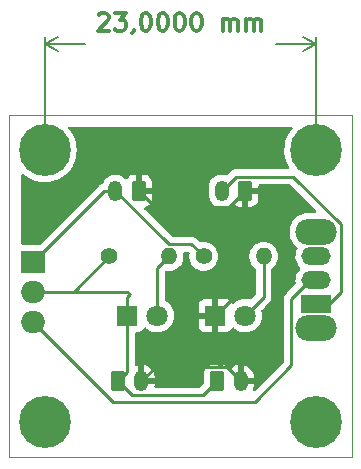
<source format=gbl>
%TF.GenerationSoftware,KiCad,Pcbnew,(6.0.0)*%
%TF.CreationDate,2022-01-22T14:04:59+01:00*%
%TF.ProjectId,Carte_elec_video_tigresse2,43617274-655f-4656-9c65-635f76696465,rev?*%
%TF.SameCoordinates,Original*%
%TF.FileFunction,Copper,L2,Bot*%
%TF.FilePolarity,Positive*%
%FSLAX46Y46*%
G04 Gerber Fmt 4.6, Leading zero omitted, Abs format (unit mm)*
G04 Created by KiCad (PCBNEW (6.0.0)) date 2022-01-22 14:04:59*
%MOMM*%
%LPD*%
G01*
G04 APERTURE LIST*
G04 Aperture macros list*
%AMRoundRect*
0 Rectangle with rounded corners*
0 $1 Rounding radius*
0 $2 $3 $4 $5 $6 $7 $8 $9 X,Y pos of 4 corners*
0 Add a 4 corners polygon primitive as box body*
4,1,4,$2,$3,$4,$5,$6,$7,$8,$9,$2,$3,0*
0 Add four circle primitives for the rounded corners*
1,1,$1+$1,$2,$3*
1,1,$1+$1,$4,$5*
1,1,$1+$1,$6,$7*
1,1,$1+$1,$8,$9*
0 Add four rect primitives between the rounded corners*
20,1,$1+$1,$2,$3,$4,$5,0*
20,1,$1+$1,$4,$5,$6,$7,0*
20,1,$1+$1,$6,$7,$8,$9,0*
20,1,$1+$1,$8,$9,$2,$3,0*%
G04 Aperture macros list end*
%TA.AperFunction,Profile*%
%ADD10C,0.100000*%
%TD*%
%ADD11C,0.300000*%
%TA.AperFunction,NonConductor*%
%ADD12C,0.300000*%
%TD*%
%TA.AperFunction,NonConductor*%
%ADD13C,0.200000*%
%TD*%
%TA.AperFunction,ComponentPad*%
%ADD14R,2.000000X1.905000*%
%TD*%
%TA.AperFunction,ComponentPad*%
%ADD15O,2.000000X1.905000*%
%TD*%
%TA.AperFunction,ComponentPad*%
%ADD16RoundRect,0.250000X-0.350000X-0.625000X0.350000X-0.625000X0.350000X0.625000X-0.350000X0.625000X0*%
%TD*%
%TA.AperFunction,ComponentPad*%
%ADD17O,1.200000X1.750000*%
%TD*%
%TA.AperFunction,ComponentPad*%
%ADD18C,1.400000*%
%TD*%
%TA.AperFunction,ComponentPad*%
%ADD19O,1.400000X1.400000*%
%TD*%
%TA.AperFunction,ComponentPad*%
%ADD20R,1.800000X1.800000*%
%TD*%
%TA.AperFunction,ComponentPad*%
%ADD21C,1.800000*%
%TD*%
%TA.AperFunction,ComponentPad*%
%ADD22C,4.400000*%
%TD*%
%TA.AperFunction,ComponentPad*%
%ADD23O,3.500000X2.200000*%
%TD*%
%TA.AperFunction,ComponentPad*%
%ADD24R,2.500000X1.500000*%
%TD*%
%TA.AperFunction,ComponentPad*%
%ADD25O,2.500000X1.500000*%
%TD*%
%TA.AperFunction,ComponentPad*%
%ADD26RoundRect,0.250000X0.350000X0.625000X-0.350000X0.625000X-0.350000X-0.625000X0.350000X-0.625000X0*%
%TD*%
%TA.AperFunction,Conductor*%
%ADD27C,0.250000*%
%TD*%
G04 APERTURE END LIST*
D10*
X170000000Y-132000000D02*
X199000000Y-132000000D01*
X170000000Y-103000000D02*
X170000000Y-132000000D01*
X199000000Y-103000000D02*
X170000000Y-103000000D01*
X199000000Y-132000000D02*
X199000000Y-103000000D01*
D11*
D12*
X177571428Y-94521428D02*
X177642857Y-94450000D01*
X177785714Y-94378571D01*
X178142857Y-94378571D01*
X178285714Y-94450000D01*
X178357142Y-94521428D01*
X178428571Y-94664285D01*
X178428571Y-94807142D01*
X178357142Y-95021428D01*
X177500000Y-95878571D01*
X178428571Y-95878571D01*
X178928571Y-94378571D02*
X179857142Y-94378571D01*
X179357142Y-94950000D01*
X179571428Y-94950000D01*
X179714285Y-95021428D01*
X179785714Y-95092857D01*
X179857142Y-95235714D01*
X179857142Y-95592857D01*
X179785714Y-95735714D01*
X179714285Y-95807142D01*
X179571428Y-95878571D01*
X179142857Y-95878571D01*
X179000000Y-95807142D01*
X178928571Y-95735714D01*
X180571428Y-95807142D02*
X180571428Y-95878571D01*
X180500000Y-96021428D01*
X180428571Y-96092857D01*
X181500000Y-94378571D02*
X181642857Y-94378571D01*
X181785714Y-94450000D01*
X181857142Y-94521428D01*
X181928571Y-94664285D01*
X182000000Y-94950000D01*
X182000000Y-95307142D01*
X181928571Y-95592857D01*
X181857142Y-95735714D01*
X181785714Y-95807142D01*
X181642857Y-95878571D01*
X181500000Y-95878571D01*
X181357142Y-95807142D01*
X181285714Y-95735714D01*
X181214285Y-95592857D01*
X181142857Y-95307142D01*
X181142857Y-94950000D01*
X181214285Y-94664285D01*
X181285714Y-94521428D01*
X181357142Y-94450000D01*
X181500000Y-94378571D01*
X182928571Y-94378571D02*
X183071428Y-94378571D01*
X183214285Y-94450000D01*
X183285714Y-94521428D01*
X183357142Y-94664285D01*
X183428571Y-94950000D01*
X183428571Y-95307142D01*
X183357142Y-95592857D01*
X183285714Y-95735714D01*
X183214285Y-95807142D01*
X183071428Y-95878571D01*
X182928571Y-95878571D01*
X182785714Y-95807142D01*
X182714285Y-95735714D01*
X182642857Y-95592857D01*
X182571428Y-95307142D01*
X182571428Y-94950000D01*
X182642857Y-94664285D01*
X182714285Y-94521428D01*
X182785714Y-94450000D01*
X182928571Y-94378571D01*
X184357142Y-94378571D02*
X184500000Y-94378571D01*
X184642857Y-94450000D01*
X184714285Y-94521428D01*
X184785714Y-94664285D01*
X184857142Y-94950000D01*
X184857142Y-95307142D01*
X184785714Y-95592857D01*
X184714285Y-95735714D01*
X184642857Y-95807142D01*
X184500000Y-95878571D01*
X184357142Y-95878571D01*
X184214285Y-95807142D01*
X184142857Y-95735714D01*
X184071428Y-95592857D01*
X184000000Y-95307142D01*
X184000000Y-94950000D01*
X184071428Y-94664285D01*
X184142857Y-94521428D01*
X184214285Y-94450000D01*
X184357142Y-94378571D01*
X185785714Y-94378571D02*
X185928571Y-94378571D01*
X186071428Y-94450000D01*
X186142857Y-94521428D01*
X186214285Y-94664285D01*
X186285714Y-94950000D01*
X186285714Y-95307142D01*
X186214285Y-95592857D01*
X186142857Y-95735714D01*
X186071428Y-95807142D01*
X185928571Y-95878571D01*
X185785714Y-95878571D01*
X185642857Y-95807142D01*
X185571428Y-95735714D01*
X185500000Y-95592857D01*
X185428571Y-95307142D01*
X185428571Y-94950000D01*
X185500000Y-94664285D01*
X185571428Y-94521428D01*
X185642857Y-94450000D01*
X185785714Y-94378571D01*
X188071428Y-95878571D02*
X188071428Y-94878571D01*
X188071428Y-95021428D02*
X188142857Y-94950000D01*
X188285714Y-94878571D01*
X188500000Y-94878571D01*
X188642857Y-94950000D01*
X188714285Y-95092857D01*
X188714285Y-95878571D01*
X188714285Y-95092857D02*
X188785714Y-94950000D01*
X188928571Y-94878571D01*
X189142857Y-94878571D01*
X189285714Y-94950000D01*
X189357142Y-95092857D01*
X189357142Y-95878571D01*
X190071428Y-95878571D02*
X190071428Y-94878571D01*
X190071428Y-95021428D02*
X190142857Y-94950000D01*
X190285714Y-94878571D01*
X190500000Y-94878571D01*
X190642857Y-94950000D01*
X190714285Y-95092857D01*
X190714285Y-95878571D01*
X190714285Y-95092857D02*
X190785714Y-94950000D01*
X190928571Y-94878571D01*
X191142857Y-94878571D01*
X191285714Y-94950000D01*
X191357142Y-95092857D01*
X191357142Y-95878571D01*
D13*
X196000000Y-105500000D02*
X196000000Y-96413580D01*
X173000000Y-105500000D02*
X173000000Y-96413580D01*
X196000000Y-97000000D02*
X192614286Y-97000000D01*
X176385715Y-97000000D02*
X173000000Y-97000000D01*
X196000000Y-97000000D02*
X194873496Y-96413579D01*
X196000000Y-97000000D02*
X194873496Y-97586421D01*
X173000000Y-97000000D02*
X174126504Y-97586421D01*
X173000000Y-97000000D02*
X174126504Y-96413579D01*
D14*
%TO.P,Q1,1,G*%
%TO.N,Net-(J1-Pad2)*%
X172055000Y-115460000D03*
D15*
%TO.P,Q1,2,S*%
%TO.N,Net-(D2-Pad1)*%
X172055000Y-118000000D03*
%TO.P,Q1,3,D*%
%TO.N,Net-(Q1-Pad3)*%
X172055000Y-120540000D03*
%TD*%
D16*
%TO.P,J2,1,Pin_1*%
%TO.N,Net-(D2-Pad1)*%
X179200000Y-125550000D03*
D17*
%TO.P,J2,2,Pin_2*%
%TO.N,GND*%
X181200000Y-125550000D03*
%TD*%
D18*
%TO.P,R2,1*%
%TO.N,Net-(D2-Pad1)*%
X178460000Y-115000000D03*
D19*
%TO.P,R2,2*%
%TO.N,Net-(D2-Pad2)*%
X183540000Y-115000000D03*
%TD*%
D20*
%TO.P,D1,1,K*%
%TO.N,GND*%
X187460000Y-120000000D03*
D21*
%TO.P,D1,2,A*%
%TO.N,Net-(D1-Pad2)*%
X190000000Y-120000000D03*
%TD*%
D20*
%TO.P,D2,1,K*%
%TO.N,Net-(D2-Pad1)*%
X180000000Y-120000000D03*
D21*
%TO.P,D2,2,A*%
%TO.N,Net-(D2-Pad2)*%
X182540000Y-120000000D03*
%TD*%
D22*
%TO.P,H1,1*%
%TO.N,N/C*%
X173000000Y-106000000D03*
%TD*%
D23*
%TO.P,SW1,*%
%TO.N,*%
X196000000Y-121100000D03*
X196000000Y-112900000D03*
D24*
%TO.P,SW1,1,A*%
%TO.N,Net-(J4-Pad2)*%
X196000000Y-119000000D03*
D25*
%TO.P,SW1,2,B*%
%TO.N,Net-(Q1-Pad3)*%
X196000000Y-117000000D03*
%TO.P,SW1,3*%
%TO.N,N/C*%
X196000000Y-115000000D03*
%TD*%
D16*
%TO.P,J3,1,Pin_1*%
%TO.N,Net-(D2-Pad1)*%
X187600000Y-125550000D03*
D17*
%TO.P,J3,2,Pin_2*%
%TO.N,GND*%
X189600000Y-125550000D03*
%TD*%
D26*
%TO.P,J4,1,Pin_1*%
%TO.N,GND*%
X190000000Y-109450000D03*
D17*
%TO.P,J4,2,Pin_2*%
%TO.N,Net-(J4-Pad2)*%
X188000000Y-109450000D03*
%TD*%
D18*
%TO.P,R1,1*%
%TO.N,Net-(J1-Pad2)*%
X186460000Y-115000000D03*
D19*
%TO.P,R1,2*%
%TO.N,Net-(D1-Pad2)*%
X191540000Y-115000000D03*
%TD*%
D26*
%TO.P,J1,1,Pin_1*%
%TO.N,GND*%
X181000000Y-109450000D03*
D17*
%TO.P,J1,2,Pin_2*%
%TO.N,Net-(J1-Pad2)*%
X179000000Y-109450000D03*
%TD*%
D22*
%TO.P,H2,1*%
%TO.N,N/C*%
X173000000Y-129000000D03*
%TD*%
%TO.P,H3,1*%
%TO.N,N/C*%
X196000000Y-129000000D03*
%TD*%
%TO.P,H4,1*%
%TO.N,N/C*%
X196000000Y-106000000D03*
%TD*%
D27*
%TO.N,GND*%
X181200000Y-125550000D02*
X182399520Y-124350480D01*
X182399520Y-124350480D02*
X188050480Y-124350480D01*
X190000000Y-109450000D02*
X188775489Y-110674511D01*
X187460000Y-123760000D02*
X188050480Y-124350480D01*
X187460000Y-120000000D02*
X187460000Y-123760000D01*
X188400480Y-124350480D02*
X189600000Y-125550000D01*
X188775489Y-118684511D02*
X187460000Y-120000000D01*
X182374511Y-110824511D02*
X188775489Y-110824511D01*
X188775489Y-110674511D02*
X188775489Y-110824511D01*
X188050480Y-124350480D02*
X188400480Y-124350480D01*
X181000000Y-109450000D02*
X182374511Y-110824511D01*
X188775489Y-110824511D02*
X188775489Y-118684511D01*
%TO.N,Net-(J1-Pad2)*%
X179000000Y-109450000D02*
X178065000Y-109450000D01*
X185435489Y-113975489D02*
X186460000Y-115000000D01*
X178065000Y-109450000D02*
X172055000Y-115460000D01*
X179000000Y-109450000D02*
X183525489Y-113975489D01*
X183525489Y-113975489D02*
X185435489Y-113975489D01*
%TO.N,Net-(J4-Pad2)*%
X189199520Y-108250480D02*
X194050480Y-108250480D01*
X198074520Y-112274520D02*
X198074520Y-118025480D01*
X194050480Y-108250480D02*
X198074520Y-112274520D01*
X197100000Y-119000000D02*
X196000000Y-119000000D01*
X198074520Y-118025480D02*
X197100000Y-119000000D01*
X188000000Y-109450000D02*
X189199520Y-108250480D01*
%TO.N,Net-(D1-Pad2)*%
X190000000Y-120000000D02*
X191540000Y-118460000D01*
X191540000Y-118460000D02*
X191540000Y-115000000D01*
%TO.N,Net-(D2-Pad1)*%
X180200000Y-118200000D02*
X180000000Y-118400000D01*
X172055000Y-118000000D02*
X175460000Y-118000000D01*
X180399520Y-126749520D02*
X179200000Y-125550000D01*
X187600000Y-125550000D02*
X186400480Y-126749520D01*
X180000000Y-124750000D02*
X179200000Y-125550000D01*
X186400480Y-126749520D02*
X180399520Y-126749520D01*
X175460000Y-118000000D02*
X180000000Y-118000000D01*
X180000000Y-120000000D02*
X180000000Y-124750000D01*
X180000000Y-118000000D02*
X180200000Y-118200000D01*
X180000000Y-118400000D02*
X180000000Y-120000000D01*
X175460000Y-118000000D02*
X178460000Y-115000000D01*
%TO.N,Net-(D2-Pad2)*%
X182540000Y-116000000D02*
X183540000Y-115000000D01*
X182540000Y-120000000D02*
X182540000Y-116000000D01*
%TO.N,Net-(Q1-Pad3)*%
X178815000Y-127300000D02*
X190800000Y-127300000D01*
X193900000Y-118600000D02*
X195500000Y-117000000D01*
X195500000Y-117000000D02*
X196000000Y-117000000D01*
X193900000Y-124200000D02*
X193900000Y-118600000D01*
X172055000Y-120540000D02*
X178815000Y-127300000D01*
X190800000Y-127300000D02*
X193900000Y-124200000D01*
%TD*%
%TA.AperFunction,Conductor*%
%TO.N,GND*%
G36*
X193937016Y-104020002D02*
G01*
X193983509Y-104073658D01*
X193993613Y-104143932D01*
X193967435Y-104204523D01*
X193782356Y-104436783D01*
X193779991Y-104439751D01*
X193608626Y-104717757D01*
X193471902Y-105014336D01*
X193470741Y-105017940D01*
X193470741Y-105017941D01*
X193462196Y-105044477D01*
X193371797Y-105325192D01*
X193371079Y-105328903D01*
X193371078Y-105328907D01*
X193310482Y-105642105D01*
X193310481Y-105642114D01*
X193309763Y-105645824D01*
X193286698Y-105971585D01*
X193302936Y-106297759D01*
X193303577Y-106301490D01*
X193303578Y-106301498D01*
X193318109Y-106386060D01*
X193358241Y-106619619D01*
X193451814Y-106932504D01*
X193582297Y-107231881D01*
X193584220Y-107235152D01*
X193584222Y-107235156D01*
X193697075Y-107427125D01*
X193714354Y-107495987D01*
X193691661Y-107563259D01*
X193636201Y-107607583D01*
X193588454Y-107616980D01*
X189278283Y-107616980D01*
X189267099Y-107616453D01*
X189259611Y-107614779D01*
X189251688Y-107615028D01*
X189191553Y-107616918D01*
X189187595Y-107616980D01*
X189159664Y-107616980D01*
X189155749Y-107617475D01*
X189155745Y-107617475D01*
X189155687Y-107617483D01*
X189155658Y-107617486D01*
X189143816Y-107618419D01*
X189099630Y-107619807D01*
X189082264Y-107624852D01*
X189080178Y-107625458D01*
X189060826Y-107629466D01*
X189048588Y-107631012D01*
X189048586Y-107631013D01*
X189040723Y-107632006D01*
X188999606Y-107648286D01*
X188988405Y-107652121D01*
X188945926Y-107664462D01*
X188939107Y-107668495D01*
X188939102Y-107668497D01*
X188928491Y-107674773D01*
X188910741Y-107683470D01*
X188891903Y-107690928D01*
X188885487Y-107695589D01*
X188885486Y-107695590D01*
X188856145Y-107716908D01*
X188846221Y-107723427D01*
X188814980Y-107741902D01*
X188814975Y-107741906D01*
X188808157Y-107745938D01*
X188793833Y-107760262D01*
X188778801Y-107773101D01*
X188762413Y-107785008D01*
X188734232Y-107819073D01*
X188726242Y-107827853D01*
X188465955Y-108088140D01*
X188403643Y-108122166D01*
X188335528Y-108118072D01*
X188263729Y-108093139D01*
X188208396Y-108085116D01*
X188060336Y-108063648D01*
X188060333Y-108063648D01*
X188054396Y-108062787D01*
X187843101Y-108072567D01*
X187711923Y-108104181D01*
X187643299Y-108120719D01*
X187643297Y-108120720D01*
X187637466Y-108122125D01*
X187632008Y-108124607D01*
X187632004Y-108124608D01*
X187516959Y-108176916D01*
X187444913Y-108209674D01*
X187272389Y-108332054D01*
X187126119Y-108484850D01*
X187011380Y-108662548D01*
X187009137Y-108668114D01*
X186935841Y-108849986D01*
X186932314Y-108858737D01*
X186891772Y-109066337D01*
X186891500Y-109071899D01*
X186891500Y-109777846D01*
X186906548Y-109935566D01*
X186966092Y-110138534D01*
X186968836Y-110143861D01*
X186968836Y-110143862D01*
X187016440Y-110236290D01*
X187062942Y-110326580D01*
X187193604Y-110492920D01*
X187198135Y-110496852D01*
X187198138Y-110496855D01*
X187284058Y-110571412D01*
X187353363Y-110631552D01*
X187358549Y-110634552D01*
X187358553Y-110634555D01*
X187454957Y-110690326D01*
X187536454Y-110737473D01*
X187736271Y-110806861D01*
X187742206Y-110807722D01*
X187742208Y-110807722D01*
X187939664Y-110836352D01*
X187939667Y-110836352D01*
X187945604Y-110837213D01*
X188156899Y-110827433D01*
X188335356Y-110784425D01*
X188356701Y-110779281D01*
X188356703Y-110779280D01*
X188362534Y-110777875D01*
X188367992Y-110775393D01*
X188367996Y-110775392D01*
X188483041Y-110723084D01*
X188555087Y-110690326D01*
X188727611Y-110567946D01*
X188731749Y-110563623D01*
X188731754Y-110563619D01*
X188819164Y-110472309D01*
X188880720Y-110436933D01*
X188951629Y-110440452D01*
X189009379Y-110481749D01*
X189017326Y-110493137D01*
X189048063Y-110542807D01*
X189057099Y-110554208D01*
X189171829Y-110668739D01*
X189183240Y-110677751D01*
X189321243Y-110762816D01*
X189334424Y-110768963D01*
X189488710Y-110820138D01*
X189502086Y-110823005D01*
X189596438Y-110832672D01*
X189602854Y-110833000D01*
X189727885Y-110833000D01*
X189743124Y-110828525D01*
X189744329Y-110827135D01*
X189746000Y-110819452D01*
X189746000Y-110814884D01*
X190254000Y-110814884D01*
X190258475Y-110830123D01*
X190259865Y-110831328D01*
X190267548Y-110832999D01*
X190397095Y-110832999D01*
X190403614Y-110832662D01*
X190499206Y-110822743D01*
X190512600Y-110819851D01*
X190666784Y-110768412D01*
X190679962Y-110762239D01*
X190817807Y-110676937D01*
X190829208Y-110667901D01*
X190943739Y-110553171D01*
X190952751Y-110541760D01*
X191037816Y-110403757D01*
X191043963Y-110390576D01*
X191095138Y-110236290D01*
X191098005Y-110222914D01*
X191107672Y-110128562D01*
X191108000Y-110122146D01*
X191108000Y-109722115D01*
X191103525Y-109706876D01*
X191102135Y-109705671D01*
X191094452Y-109704000D01*
X190272115Y-109704000D01*
X190256876Y-109708475D01*
X190255671Y-109709865D01*
X190254000Y-109717548D01*
X190254000Y-110814884D01*
X189746000Y-110814884D01*
X189746000Y-109322000D01*
X189766002Y-109253879D01*
X189819658Y-109207386D01*
X189872000Y-109196000D01*
X191089884Y-109196000D01*
X191105123Y-109191525D01*
X191106328Y-109190135D01*
X191107999Y-109182452D01*
X191107999Y-109009980D01*
X191128001Y-108941859D01*
X191181657Y-108895366D01*
X191233999Y-108883980D01*
X193735886Y-108883980D01*
X193804007Y-108903982D01*
X193824981Y-108920885D01*
X195980500Y-111076405D01*
X196014526Y-111138717D01*
X196009461Y-111209533D01*
X195966914Y-111266368D01*
X195900394Y-111291179D01*
X195891405Y-111291500D01*
X195286801Y-111291500D01*
X195284352Y-111291693D01*
X195284345Y-111291693D01*
X195197416Y-111298535D01*
X195097597Y-111306391D01*
X195092790Y-111307545D01*
X195092784Y-111307546D01*
X194936032Y-111345179D01*
X194851409Y-111365495D01*
X194846838Y-111367388D01*
X194846836Y-111367389D01*
X194622072Y-111460489D01*
X194622068Y-111460491D01*
X194617498Y-111462384D01*
X194401624Y-111594672D01*
X194209102Y-111759102D01*
X194044672Y-111951624D01*
X193912384Y-112167498D01*
X193910491Y-112172068D01*
X193910489Y-112172072D01*
X193839083Y-112344462D01*
X193815495Y-112401409D01*
X193756391Y-112647597D01*
X193736526Y-112900000D01*
X193756391Y-113152403D01*
X193815495Y-113398591D01*
X193817388Y-113403162D01*
X193817389Y-113403164D01*
X193889391Y-113576991D01*
X193912384Y-113632502D01*
X194044672Y-113848376D01*
X194209102Y-114040898D01*
X194212858Y-114044106D01*
X194389980Y-114195383D01*
X194428789Y-114254834D01*
X194429295Y-114325828D01*
X194412733Y-114361466D01*
X194392710Y-114391262D01*
X194302412Y-114596967D01*
X194301103Y-114602418D01*
X194301102Y-114602422D01*
X194257502Y-114784029D01*
X194249968Y-114815411D01*
X194245121Y-114899475D01*
X194239010Y-115005475D01*
X194237037Y-115039690D01*
X194264025Y-115262715D01*
X194330082Y-115477435D01*
X194332652Y-115482415D01*
X194332654Y-115482419D01*
X194430546Y-115672081D01*
X194433118Y-115677064D01*
X194436531Y-115681511D01*
X194436531Y-115681512D01*
X194446940Y-115695078D01*
X194569877Y-115855292D01*
X194574022Y-115859063D01*
X194574025Y-115859067D01*
X194626131Y-115906480D01*
X194663054Y-115967121D01*
X194661331Y-116038096D01*
X194631817Y-116087358D01*
X194583097Y-116137633D01*
X194529641Y-116192795D01*
X194518008Y-116204799D01*
X194392710Y-116391262D01*
X194302412Y-116596967D01*
X194301103Y-116602418D01*
X194301102Y-116602422D01*
X194261211Y-116768581D01*
X194249968Y-116815411D01*
X194245121Y-116899475D01*
X194239315Y-117000186D01*
X194237037Y-117039690D01*
X194263710Y-117260112D01*
X194264025Y-117262715D01*
X194263507Y-117262778D01*
X194258382Y-117329960D01*
X194229631Y-117374464D01*
X193507747Y-118096348D01*
X193499461Y-118103888D01*
X193492982Y-118108000D01*
X193487557Y-118113777D01*
X193446357Y-118157651D01*
X193443602Y-118160493D01*
X193423865Y-118180230D01*
X193421385Y-118183427D01*
X193413682Y-118192447D01*
X193383414Y-118224679D01*
X193379595Y-118231625D01*
X193379593Y-118231628D01*
X193373652Y-118242434D01*
X193362801Y-118258953D01*
X193350386Y-118274959D01*
X193347241Y-118282228D01*
X193347238Y-118282232D01*
X193332826Y-118315537D01*
X193327609Y-118326187D01*
X193306305Y-118364940D01*
X193304334Y-118372615D01*
X193304334Y-118372616D01*
X193301267Y-118384562D01*
X193294863Y-118403266D01*
X193286819Y-118421855D01*
X193285580Y-118429678D01*
X193285577Y-118429688D01*
X193279901Y-118465524D01*
X193277495Y-118477144D01*
X193269096Y-118509858D01*
X193266500Y-118519970D01*
X193266500Y-118540224D01*
X193264949Y-118559934D01*
X193261780Y-118579943D01*
X193262526Y-118587835D01*
X193265941Y-118623961D01*
X193266500Y-118635819D01*
X193266500Y-123885406D01*
X193246498Y-123953527D01*
X193229595Y-123974501D01*
X190836971Y-126367124D01*
X190774659Y-126401150D01*
X190703843Y-126396085D01*
X190647008Y-126353538D01*
X190622197Y-126287018D01*
X190631010Y-126230930D01*
X190664962Y-126146685D01*
X190668355Y-126135230D01*
X190706857Y-125938072D01*
X190707934Y-125929209D01*
X190708000Y-125926500D01*
X190708000Y-125822115D01*
X190703525Y-125806876D01*
X190702135Y-125805671D01*
X190694452Y-125804000D01*
X189472000Y-125804000D01*
X189403879Y-125783998D01*
X189357386Y-125730342D01*
X189346000Y-125678000D01*
X189346000Y-125277885D01*
X189854000Y-125277885D01*
X189858475Y-125293124D01*
X189859865Y-125294329D01*
X189867548Y-125296000D01*
X190689885Y-125296000D01*
X190705124Y-125291525D01*
X190706329Y-125290135D01*
X190708000Y-125282452D01*
X190708000Y-125225168D01*
X190707715Y-125219192D01*
X190693529Y-125070506D01*
X190691270Y-125058772D01*
X190635128Y-124867401D01*
X190630698Y-124856325D01*
X190539381Y-124679022D01*
X190532931Y-124668976D01*
X190409738Y-124512143D01*
X190401501Y-124503494D01*
X190250877Y-124372788D01*
X190241153Y-124365853D01*
X190068533Y-124265990D01*
X190057669Y-124261016D01*
X189869273Y-124195593D01*
X189868284Y-124195352D01*
X189857992Y-124196820D01*
X189854000Y-124210385D01*
X189854000Y-125277885D01*
X189346000Y-125277885D01*
X189346000Y-124214598D01*
X189342027Y-124201067D01*
X189332601Y-124199712D01*
X189243463Y-124221194D01*
X189232168Y-124225083D01*
X189050618Y-124307629D01*
X189040276Y-124313576D01*
X188877603Y-124428968D01*
X188868575Y-124436761D01*
X188781465Y-124527757D01*
X188719910Y-124563133D01*
X188649000Y-124559614D01*
X188591250Y-124518317D01*
X188583315Y-124506947D01*
X188548478Y-124450652D01*
X188423303Y-124325695D01*
X188417072Y-124321854D01*
X188278968Y-124236725D01*
X188278966Y-124236724D01*
X188272738Y-124232885D01*
X188164005Y-124196820D01*
X188111389Y-124179368D01*
X188111387Y-124179368D01*
X188104861Y-124177203D01*
X188098025Y-124176503D01*
X188098022Y-124176502D01*
X188054969Y-124172091D01*
X188000400Y-124166500D01*
X187199600Y-124166500D01*
X187196354Y-124166837D01*
X187196350Y-124166837D01*
X187100692Y-124176762D01*
X187100688Y-124176763D01*
X187093834Y-124177474D01*
X187087298Y-124179655D01*
X187087296Y-124179655D01*
X187023117Y-124201067D01*
X186926054Y-124233450D01*
X186775652Y-124326522D01*
X186650695Y-124451697D01*
X186646855Y-124457927D01*
X186646854Y-124457928D01*
X186570930Y-124581100D01*
X186557885Y-124602262D01*
X186502203Y-124770139D01*
X186491500Y-124874600D01*
X186491500Y-125710405D01*
X186471498Y-125778526D01*
X186454595Y-125799500D01*
X186174980Y-126079115D01*
X186112668Y-126113141D01*
X186085885Y-126116020D01*
X182425093Y-126116020D01*
X182356972Y-126096018D01*
X182310479Y-126042362D01*
X182301429Y-125965871D01*
X182306857Y-125938075D01*
X182307934Y-125929209D01*
X182308000Y-125926500D01*
X182308000Y-125822115D01*
X182303525Y-125806876D01*
X182302135Y-125805671D01*
X182294452Y-125804000D01*
X181072000Y-125804000D01*
X181003879Y-125783998D01*
X180957386Y-125730342D01*
X180946000Y-125678000D01*
X180946000Y-125277885D01*
X181454000Y-125277885D01*
X181458475Y-125293124D01*
X181459865Y-125294329D01*
X181467548Y-125296000D01*
X182289885Y-125296000D01*
X182305124Y-125291525D01*
X182306329Y-125290135D01*
X182308000Y-125282452D01*
X182308000Y-125225168D01*
X182307715Y-125219192D01*
X182293529Y-125070506D01*
X182291270Y-125058772D01*
X182235128Y-124867401D01*
X182230698Y-124856325D01*
X182139381Y-124679022D01*
X182132931Y-124668976D01*
X182009738Y-124512143D01*
X182001501Y-124503494D01*
X181850877Y-124372788D01*
X181841153Y-124365853D01*
X181668533Y-124265990D01*
X181657669Y-124261016D01*
X181469273Y-124195593D01*
X181468284Y-124195352D01*
X181457992Y-124196820D01*
X181454000Y-124210385D01*
X181454000Y-125277885D01*
X180946000Y-125277885D01*
X180946000Y-124214598D01*
X180942027Y-124201067D01*
X180932601Y-124199712D01*
X180843463Y-124221194D01*
X180832168Y-124225083D01*
X180811651Y-124234412D01*
X180741361Y-124244398D01*
X180676829Y-124214798D01*
X180638545Y-124155008D01*
X180633500Y-124119711D01*
X180633500Y-121534500D01*
X180653502Y-121466379D01*
X180707158Y-121419886D01*
X180759500Y-121408500D01*
X180948134Y-121408500D01*
X181010316Y-121401745D01*
X181146705Y-121350615D01*
X181263261Y-121263261D01*
X181350615Y-121146705D01*
X181375180Y-121081178D01*
X181417822Y-121024414D01*
X181484383Y-120999714D01*
X181553732Y-121014921D01*
X181573647Y-121028464D01*
X181677064Y-121114322D01*
X181729349Y-121157730D01*
X181929322Y-121274584D01*
X182145694Y-121357209D01*
X182150760Y-121358240D01*
X182150761Y-121358240D01*
X182203846Y-121369040D01*
X182372656Y-121403385D01*
X182502089Y-121408131D01*
X182598949Y-121411683D01*
X182598953Y-121411683D01*
X182604113Y-121411872D01*
X182609233Y-121411216D01*
X182609235Y-121411216D01*
X182683166Y-121401745D01*
X182833847Y-121382442D01*
X182838795Y-121380957D01*
X182838802Y-121380956D01*
X183050747Y-121317369D01*
X183055690Y-121315886D01*
X183136236Y-121276427D01*
X183259049Y-121216262D01*
X183259052Y-121216260D01*
X183263684Y-121213991D01*
X183452243Y-121079494D01*
X183587539Y-120944669D01*
X186052001Y-120944669D01*
X186052371Y-120951490D01*
X186057895Y-121002352D01*
X186061521Y-121017604D01*
X186106676Y-121138054D01*
X186115214Y-121153649D01*
X186191715Y-121255724D01*
X186204276Y-121268285D01*
X186306351Y-121344786D01*
X186321946Y-121353324D01*
X186442394Y-121398478D01*
X186457649Y-121402105D01*
X186508514Y-121407631D01*
X186515328Y-121408000D01*
X187187885Y-121408000D01*
X187203124Y-121403525D01*
X187204329Y-121402135D01*
X187206000Y-121394452D01*
X187206000Y-121389884D01*
X187714000Y-121389884D01*
X187718475Y-121405123D01*
X187719865Y-121406328D01*
X187727548Y-121407999D01*
X188404669Y-121407999D01*
X188411490Y-121407629D01*
X188462352Y-121402105D01*
X188477604Y-121398479D01*
X188598054Y-121353324D01*
X188613649Y-121344786D01*
X188715724Y-121268285D01*
X188728285Y-121255724D01*
X188804786Y-121153649D01*
X188813324Y-121138054D01*
X188834773Y-121080840D01*
X188877415Y-121024075D01*
X188943977Y-120999376D01*
X189013325Y-121014584D01*
X189033240Y-121028126D01*
X189129571Y-121108101D01*
X189189349Y-121157730D01*
X189389322Y-121274584D01*
X189605694Y-121357209D01*
X189610760Y-121358240D01*
X189610761Y-121358240D01*
X189663846Y-121369040D01*
X189832656Y-121403385D01*
X189962089Y-121408131D01*
X190058949Y-121411683D01*
X190058953Y-121411683D01*
X190064113Y-121411872D01*
X190069233Y-121411216D01*
X190069235Y-121411216D01*
X190143166Y-121401745D01*
X190293847Y-121382442D01*
X190298795Y-121380957D01*
X190298802Y-121380956D01*
X190510747Y-121317369D01*
X190515690Y-121315886D01*
X190596236Y-121276427D01*
X190719049Y-121216262D01*
X190719052Y-121216260D01*
X190723684Y-121213991D01*
X190912243Y-121079494D01*
X191076303Y-120916005D01*
X191211458Y-120727917D01*
X191314078Y-120520280D01*
X191381408Y-120298671D01*
X191411640Y-120069041D01*
X191413327Y-120000000D01*
X191394349Y-119769167D01*
X191358026Y-119624560D01*
X191360830Y-119553620D01*
X191391135Y-119504769D01*
X191645873Y-119250032D01*
X191932258Y-118963647D01*
X191940537Y-118956113D01*
X191947018Y-118952000D01*
X191993644Y-118902348D01*
X191996398Y-118899507D01*
X192016135Y-118879770D01*
X192018615Y-118876573D01*
X192026320Y-118867551D01*
X192056586Y-118835321D01*
X192060405Y-118828375D01*
X192060407Y-118828372D01*
X192066348Y-118817566D01*
X192077199Y-118801047D01*
X192084758Y-118791301D01*
X192089614Y-118785041D01*
X192092759Y-118777772D01*
X192092762Y-118777768D01*
X192107174Y-118744463D01*
X192112391Y-118733813D01*
X192133695Y-118695060D01*
X192138733Y-118675437D01*
X192145137Y-118656734D01*
X192150033Y-118645420D01*
X192150033Y-118645419D01*
X192153181Y-118638145D01*
X192154420Y-118630322D01*
X192154423Y-118630312D01*
X192160099Y-118594476D01*
X192162505Y-118582856D01*
X192171528Y-118547711D01*
X192171528Y-118547710D01*
X192173500Y-118540030D01*
X192173500Y-118519776D01*
X192175051Y-118500065D01*
X192176980Y-118487886D01*
X192178220Y-118480057D01*
X192174059Y-118436038D01*
X192173500Y-118424181D01*
X192173500Y-116097315D01*
X192193502Y-116029194D01*
X192227230Y-115994102D01*
X192280890Y-115956529D01*
X192319776Y-115929301D01*
X192469301Y-115779776D01*
X192590589Y-115606558D01*
X192601409Y-115583356D01*
X192677633Y-115419892D01*
X192677634Y-115419891D01*
X192679956Y-115414910D01*
X192702296Y-115331538D01*
X192733262Y-115215970D01*
X192733262Y-115215968D01*
X192734686Y-115210655D01*
X192753116Y-115000000D01*
X192734686Y-114789345D01*
X192718992Y-114730773D01*
X192681379Y-114590400D01*
X192681378Y-114590398D01*
X192679956Y-114585090D01*
X192590589Y-114393442D01*
X192469301Y-114220224D01*
X192319776Y-114070699D01*
X192146558Y-113949411D01*
X192141580Y-113947090D01*
X192141577Y-113947088D01*
X191959892Y-113862367D01*
X191959891Y-113862366D01*
X191954910Y-113860044D01*
X191949602Y-113858622D01*
X191949600Y-113858621D01*
X191755970Y-113806738D01*
X191755968Y-113806738D01*
X191750655Y-113805314D01*
X191540000Y-113786884D01*
X191329345Y-113805314D01*
X191324032Y-113806738D01*
X191324030Y-113806738D01*
X191130400Y-113858621D01*
X191130398Y-113858622D01*
X191125090Y-113860044D01*
X191120109Y-113862366D01*
X191120108Y-113862367D01*
X190938423Y-113947088D01*
X190938420Y-113947090D01*
X190933442Y-113949411D01*
X190760224Y-114070699D01*
X190610699Y-114220224D01*
X190489411Y-114393442D01*
X190400044Y-114585090D01*
X190398622Y-114590398D01*
X190398621Y-114590400D01*
X190361008Y-114730773D01*
X190345314Y-114789345D01*
X190326884Y-115000000D01*
X190345314Y-115210655D01*
X190346738Y-115215968D01*
X190346738Y-115215970D01*
X190377705Y-115331538D01*
X190400044Y-115414910D01*
X190402366Y-115419891D01*
X190402367Y-115419892D01*
X190478592Y-115583356D01*
X190489411Y-115606558D01*
X190610699Y-115779776D01*
X190760224Y-115929301D01*
X190799110Y-115956529D01*
X190852770Y-115994102D01*
X190897099Y-116049559D01*
X190906500Y-116097315D01*
X190906500Y-118145405D01*
X190886498Y-118213526D01*
X190869595Y-118234501D01*
X190498111Y-118605984D01*
X190435799Y-118640009D01*
X190371088Y-118635923D01*
X190370906Y-118636610D01*
X190367430Y-118635692D01*
X190366960Y-118635662D01*
X190365910Y-118635290D01*
X190365901Y-118635288D01*
X190361028Y-118633562D01*
X190355935Y-118632655D01*
X190355932Y-118632654D01*
X190138095Y-118593851D01*
X190138089Y-118593850D01*
X190133006Y-118592945D01*
X190055644Y-118592000D01*
X189906581Y-118590179D01*
X189906579Y-118590179D01*
X189901411Y-118590116D01*
X189672464Y-118625150D01*
X189452314Y-118697106D01*
X189447726Y-118699494D01*
X189447722Y-118699496D01*
X189251463Y-118801662D01*
X189246872Y-118804052D01*
X189242739Y-118807155D01*
X189242736Y-118807157D01*
X189065790Y-118940012D01*
X189061655Y-118943117D01*
X189053032Y-118952141D01*
X189043787Y-118961815D01*
X188982263Y-118997245D01*
X188911351Y-118993788D01*
X188853564Y-118952543D01*
X188834711Y-118918994D01*
X188813324Y-118861946D01*
X188804786Y-118846351D01*
X188728285Y-118744276D01*
X188715724Y-118731715D01*
X188613649Y-118655214D01*
X188598054Y-118646676D01*
X188477606Y-118601522D01*
X188462351Y-118597895D01*
X188411486Y-118592369D01*
X188404672Y-118592000D01*
X187732115Y-118592000D01*
X187716876Y-118596475D01*
X187715671Y-118597865D01*
X187714000Y-118605548D01*
X187714000Y-121389884D01*
X187206000Y-121389884D01*
X187206000Y-120272115D01*
X187201525Y-120256876D01*
X187200135Y-120255671D01*
X187192452Y-120254000D01*
X186070116Y-120254000D01*
X186054877Y-120258475D01*
X186053672Y-120259865D01*
X186052001Y-120267548D01*
X186052001Y-120944669D01*
X183587539Y-120944669D01*
X183616303Y-120916005D01*
X183751458Y-120727917D01*
X183854078Y-120520280D01*
X183921408Y-120298671D01*
X183951640Y-120069041D01*
X183953327Y-120000000D01*
X183936731Y-119798134D01*
X183934773Y-119774318D01*
X183934772Y-119774312D01*
X183934349Y-119769167D01*
X183923980Y-119727885D01*
X186052000Y-119727885D01*
X186056475Y-119743124D01*
X186057865Y-119744329D01*
X186065548Y-119746000D01*
X187187885Y-119746000D01*
X187203124Y-119741525D01*
X187204329Y-119740135D01*
X187206000Y-119732452D01*
X187206000Y-118610116D01*
X187201525Y-118594877D01*
X187200135Y-118593672D01*
X187192452Y-118592001D01*
X186515331Y-118592001D01*
X186508510Y-118592371D01*
X186457648Y-118597895D01*
X186442396Y-118601521D01*
X186321946Y-118646676D01*
X186306351Y-118655214D01*
X186204276Y-118731715D01*
X186191715Y-118744276D01*
X186115214Y-118846351D01*
X186106676Y-118861946D01*
X186061522Y-118982394D01*
X186057895Y-118997649D01*
X186052369Y-119048514D01*
X186052000Y-119055328D01*
X186052000Y-119727885D01*
X183923980Y-119727885D01*
X183882591Y-119563108D01*
X183879184Y-119549544D01*
X183879183Y-119549540D01*
X183877925Y-119544533D01*
X183805731Y-119378498D01*
X183787630Y-119336868D01*
X183787628Y-119336865D01*
X183785570Y-119332131D01*
X183659764Y-119137665D01*
X183503887Y-118966358D01*
X183499836Y-118963159D01*
X183499832Y-118963155D01*
X183326178Y-118826012D01*
X183326175Y-118826010D01*
X183322123Y-118822810D01*
X183312624Y-118817566D01*
X183240529Y-118777768D01*
X183238607Y-118776707D01*
X183188636Y-118726274D01*
X183173500Y-118666398D01*
X183173500Y-116316881D01*
X183193502Y-116248760D01*
X183247158Y-116202267D01*
X183321379Y-116192795D01*
X183324036Y-116193263D01*
X183329345Y-116194686D01*
X183540000Y-116213116D01*
X183750655Y-116194686D01*
X183755968Y-116193262D01*
X183755970Y-116193262D01*
X183949600Y-116141379D01*
X183949602Y-116141378D01*
X183954910Y-116139956D01*
X184067705Y-116087359D01*
X184141577Y-116052912D01*
X184141580Y-116052910D01*
X184146558Y-116050589D01*
X184319776Y-115929301D01*
X184469301Y-115779776D01*
X184590589Y-115606558D01*
X184601409Y-115583356D01*
X184677633Y-115419892D01*
X184677634Y-115419891D01*
X184679956Y-115414910D01*
X184702296Y-115331538D01*
X184733262Y-115215970D01*
X184733262Y-115215968D01*
X184734686Y-115210655D01*
X184753116Y-115000000D01*
X184734686Y-114789345D01*
X184728860Y-114767602D01*
X184730548Y-114696626D01*
X184770341Y-114637829D01*
X184835605Y-114609880D01*
X184850566Y-114608989D01*
X185120895Y-114608989D01*
X185189016Y-114628991D01*
X185209990Y-114645894D01*
X185232557Y-114668461D01*
X185266583Y-114730773D01*
X185267548Y-114779437D01*
X185266738Y-114784029D01*
X185265314Y-114789345D01*
X185246884Y-115000000D01*
X185265314Y-115210655D01*
X185266738Y-115215968D01*
X185266738Y-115215970D01*
X185297705Y-115331538D01*
X185320044Y-115414910D01*
X185322366Y-115419891D01*
X185322367Y-115419892D01*
X185398592Y-115583356D01*
X185409411Y-115606558D01*
X185530699Y-115779776D01*
X185680224Y-115929301D01*
X185853442Y-116050589D01*
X185858420Y-116052910D01*
X185858423Y-116052912D01*
X185932295Y-116087359D01*
X186045090Y-116139956D01*
X186050398Y-116141378D01*
X186050400Y-116141379D01*
X186244030Y-116193262D01*
X186244032Y-116193262D01*
X186249345Y-116194686D01*
X186460000Y-116213116D01*
X186670655Y-116194686D01*
X186675968Y-116193262D01*
X186675970Y-116193262D01*
X186869600Y-116141379D01*
X186869602Y-116141378D01*
X186874910Y-116139956D01*
X186987705Y-116087359D01*
X187061577Y-116052912D01*
X187061580Y-116052910D01*
X187066558Y-116050589D01*
X187239776Y-115929301D01*
X187389301Y-115779776D01*
X187510589Y-115606558D01*
X187521409Y-115583356D01*
X187597633Y-115419892D01*
X187597634Y-115419891D01*
X187599956Y-115414910D01*
X187622296Y-115331538D01*
X187653262Y-115215970D01*
X187653262Y-115215968D01*
X187654686Y-115210655D01*
X187673116Y-115000000D01*
X187654686Y-114789345D01*
X187638992Y-114730773D01*
X187601379Y-114590400D01*
X187601378Y-114590398D01*
X187599956Y-114585090D01*
X187510589Y-114393442D01*
X187389301Y-114220224D01*
X187239776Y-114070699D01*
X187066558Y-113949411D01*
X187061580Y-113947090D01*
X187061577Y-113947088D01*
X186879892Y-113862367D01*
X186879891Y-113862366D01*
X186874910Y-113860044D01*
X186869602Y-113858622D01*
X186869600Y-113858621D01*
X186675970Y-113806738D01*
X186675968Y-113806738D01*
X186670655Y-113805314D01*
X186460000Y-113786884D01*
X186454525Y-113787363D01*
X186254816Y-113804835D01*
X186254812Y-113804836D01*
X186249345Y-113805314D01*
X186244039Y-113806736D01*
X186239439Y-113807547D01*
X186168879Y-113799679D01*
X186128462Y-113772557D01*
X185939141Y-113583236D01*
X185931601Y-113574950D01*
X185927489Y-113568471D01*
X185877837Y-113521845D01*
X185874996Y-113519091D01*
X185855259Y-113499354D01*
X185852062Y-113496874D01*
X185843040Y-113489169D01*
X185816589Y-113464330D01*
X185810810Y-113458903D01*
X185803864Y-113455084D01*
X185803861Y-113455082D01*
X185793055Y-113449141D01*
X185776536Y-113438290D01*
X185776072Y-113437930D01*
X185760530Y-113425875D01*
X185753261Y-113422730D01*
X185753257Y-113422727D01*
X185719952Y-113408315D01*
X185709302Y-113403098D01*
X185670549Y-113381794D01*
X185650926Y-113376756D01*
X185632223Y-113370352D01*
X185620909Y-113365456D01*
X185620908Y-113365456D01*
X185613634Y-113362308D01*
X185605811Y-113361069D01*
X185605801Y-113361066D01*
X185569965Y-113355390D01*
X185558345Y-113352984D01*
X185523200Y-113343961D01*
X185523199Y-113343961D01*
X185515519Y-113341989D01*
X185495265Y-113341989D01*
X185475554Y-113340438D01*
X185463375Y-113338509D01*
X185455546Y-113337269D01*
X185447654Y-113338015D01*
X185411528Y-113341430D01*
X185399670Y-113341989D01*
X183840083Y-113341989D01*
X183771962Y-113321987D01*
X183750988Y-113305084D01*
X181471625Y-111025720D01*
X181437599Y-110963408D01*
X181442664Y-110892592D01*
X181485211Y-110835757D01*
X181520844Y-110817101D01*
X181666784Y-110768412D01*
X181679962Y-110762239D01*
X181817807Y-110676937D01*
X181829208Y-110667901D01*
X181943739Y-110553171D01*
X181952751Y-110541760D01*
X182037816Y-110403757D01*
X182043963Y-110390576D01*
X182095138Y-110236290D01*
X182098005Y-110222914D01*
X182107672Y-110128562D01*
X182108000Y-110122146D01*
X182108000Y-109722115D01*
X182103525Y-109706876D01*
X182102135Y-109705671D01*
X182094452Y-109704000D01*
X180872000Y-109704000D01*
X180803879Y-109683998D01*
X180757386Y-109630342D01*
X180746000Y-109578000D01*
X180746000Y-109177885D01*
X181254000Y-109177885D01*
X181258475Y-109193124D01*
X181259865Y-109194329D01*
X181267548Y-109196000D01*
X182089884Y-109196000D01*
X182105123Y-109191525D01*
X182106328Y-109190135D01*
X182107999Y-109182452D01*
X182107999Y-108777905D01*
X182107662Y-108771386D01*
X182097743Y-108675794D01*
X182094851Y-108662400D01*
X182043412Y-108508216D01*
X182037239Y-108495038D01*
X181951937Y-108357193D01*
X181942901Y-108345792D01*
X181828171Y-108231261D01*
X181816760Y-108222249D01*
X181678757Y-108137184D01*
X181665576Y-108131037D01*
X181511290Y-108079862D01*
X181497914Y-108076995D01*
X181403562Y-108067328D01*
X181397145Y-108067000D01*
X181272115Y-108067000D01*
X181256876Y-108071475D01*
X181255671Y-108072865D01*
X181254000Y-108080548D01*
X181254000Y-109177885D01*
X180746000Y-109177885D01*
X180746000Y-108085116D01*
X180741525Y-108069877D01*
X180740135Y-108068672D01*
X180732452Y-108067001D01*
X180602905Y-108067001D01*
X180596386Y-108067338D01*
X180500794Y-108077257D01*
X180487400Y-108080149D01*
X180333216Y-108131588D01*
X180320038Y-108137761D01*
X180182193Y-108223063D01*
X180170792Y-108232099D01*
X180056261Y-108346829D01*
X180047249Y-108358240D01*
X180019255Y-108403655D01*
X179966483Y-108451148D01*
X179896411Y-108462572D01*
X179831287Y-108434298D01*
X179812912Y-108415375D01*
X179806396Y-108407080D01*
X179801865Y-108403148D01*
X179801862Y-108403145D01*
X179651167Y-108272379D01*
X179646637Y-108268448D01*
X179641451Y-108265448D01*
X179641447Y-108265445D01*
X179468742Y-108165533D01*
X179463546Y-108162527D01*
X179263729Y-108093139D01*
X179257794Y-108092278D01*
X179257792Y-108092278D01*
X179060336Y-108063648D01*
X179060333Y-108063648D01*
X179054396Y-108062787D01*
X178843101Y-108072567D01*
X178711923Y-108104181D01*
X178643299Y-108120719D01*
X178643297Y-108120720D01*
X178637466Y-108122125D01*
X178632008Y-108124607D01*
X178632004Y-108124608D01*
X178516959Y-108176916D01*
X178444913Y-108209674D01*
X178272389Y-108332054D01*
X178126119Y-108484850D01*
X178011380Y-108662548D01*
X177970529Y-108763912D01*
X177926516Y-108819615D01*
X177900051Y-108833962D01*
X177874678Y-108844008D01*
X177865097Y-108847801D01*
X177853868Y-108851645D01*
X177848626Y-108853168D01*
X177811407Y-108863981D01*
X177804584Y-108868016D01*
X177793966Y-108874295D01*
X177776213Y-108882992D01*
X177773718Y-108883980D01*
X177757383Y-108890448D01*
X177750968Y-108895109D01*
X177721612Y-108916437D01*
X177711695Y-108922951D01*
X177673638Y-108945458D01*
X177659317Y-108959779D01*
X177644284Y-108972619D01*
X177627893Y-108984528D01*
X177622842Y-108990634D01*
X177599702Y-109018605D01*
X177591712Y-109027384D01*
X172657000Y-113962095D01*
X172594688Y-113996121D01*
X172567905Y-113999000D01*
X171126000Y-113999000D01*
X171057879Y-113978998D01*
X171011386Y-113925342D01*
X171000000Y-113873000D01*
X171000000Y-108130231D01*
X171020002Y-108062110D01*
X171073658Y-108015617D01*
X171143932Y-108005513D01*
X171205038Y-108032103D01*
X171425196Y-108209431D01*
X171425201Y-108209435D01*
X171428149Y-108211809D01*
X171705253Y-108384627D01*
X172001112Y-108522903D01*
X172311440Y-108624634D01*
X172631742Y-108688346D01*
X172635514Y-108688633D01*
X172635522Y-108688634D01*
X172953602Y-108712829D01*
X172953607Y-108712829D01*
X172957379Y-108713116D01*
X173283633Y-108698586D01*
X173343425Y-108688634D01*
X173602037Y-108645590D01*
X173602042Y-108645589D01*
X173605778Y-108644967D01*
X173919149Y-108553034D01*
X173922616Y-108551544D01*
X173922620Y-108551543D01*
X174215721Y-108425616D01*
X174215723Y-108425615D01*
X174219205Y-108424119D01*
X174501601Y-108260091D01*
X174749607Y-108072865D01*
X174759221Y-108065607D01*
X174759222Y-108065606D01*
X174762245Y-108063324D01*
X174997363Y-107836670D01*
X175116016Y-107690928D01*
X175201155Y-107586351D01*
X175201158Y-107586347D01*
X175203549Y-107583410D01*
X175258709Y-107495987D01*
X175375788Y-107310428D01*
X175375790Y-107310425D01*
X175377815Y-107307215D01*
X175517638Y-107012084D01*
X175544188Y-106932504D01*
X175619790Y-106705897D01*
X175619792Y-106705891D01*
X175620992Y-106702293D01*
X175686381Y-106382329D01*
X175692956Y-106301498D01*
X175712674Y-106059061D01*
X175712856Y-106056826D01*
X175713451Y-106000000D01*
X175711510Y-105967796D01*
X175694026Y-105677793D01*
X175694026Y-105677789D01*
X175693798Y-105674015D01*
X175688650Y-105645824D01*
X175635805Y-105356473D01*
X175635804Y-105356469D01*
X175635125Y-105352751D01*
X175627722Y-105328907D01*
X175539404Y-105044477D01*
X175538282Y-105040863D01*
X175404670Y-104742869D01*
X175236226Y-104463084D01*
X175233899Y-104460100D01*
X175233894Y-104460093D01*
X175035390Y-104205563D01*
X175036309Y-104204846D01*
X175008356Y-104144991D01*
X175017862Y-104074634D01*
X175063897Y-104020585D01*
X175132917Y-104000000D01*
X193868895Y-104000000D01*
X193937016Y-104020002D01*
G37*
%TD.AperFunction*%
%TD*%
M02*

</source>
